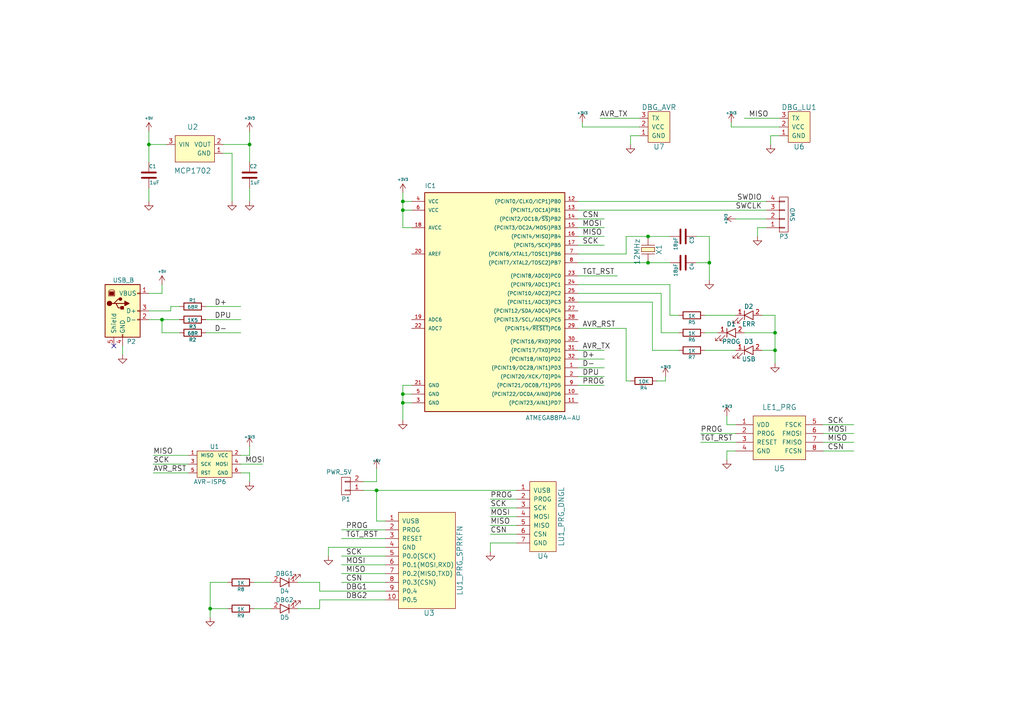
<source format=kicad_sch>
(kicad_sch (version 20231120) (generator "eeschema") (generator_version "8.0")
  (paper "A4")
  (lib_symbols
    (symbol "nrfburn:+3.3V" (power) (pin_names (offset 0))
      (property "Value" "+3.3V" (at 0 3.556 0))
      (symbol "+3.3V_0_1"
        (polyline (pts (xy -0.762 1.27) (xy 0 2.54)))
        (polyline (pts (xy 0 0) (xy 0 2.54)))
        (polyline (pts (xy 0 2.54) (xy 0.762 1.27)))
      )
      (symbol "+3.3V_1_1"
        (pin power_in line (at 0 0 90) (length 0) hide (name "+3V3") (number "1"))
      )
    )
    (symbol "nrfburn:+5V" (power) (pin_names (offset 0))
      (property "Value" "+5V" (at 0 3.556 0))
      (symbol "+5V_0_1"
        (polyline (pts (xy -0.762 1.27) (xy 0 2.54)))
        (polyline (pts (xy 0 0) (xy 0 2.54)))
        (polyline (pts (xy 0 2.54) (xy 0.762 1.27)))
      )
      (symbol "+5V_1_1"
        (pin power_in line (at 0 0 90) (length 0) hide (name "+5V") (number "1"))
      )
    )
    (symbol "nrfburn:ATMEGA88PA-AU" (pin_names (offset 1.016))
      (property "Reference" "U" (at -19.05 31.75 0))
      (property "Value" "ATMEGA88PA-AU" (at 10.16 -35.56 0))
      (symbol "ATMEGA88PA-AU_0_1"
        (rectangle (start -19.05 30.48) (end 21.59 -33.02) (stroke (width 0.254)) (fill (type background)))
      )
      (symbol "ATMEGA88PA-AU_1_1"
        (pin bidirectional line (at 25.4 -20.32 180) (length 3.81) (name "(PCINT19/OC2B/INT1)PD3") (number "1"))
        (pin bidirectional line (at 25.4 -27.94 180) (length 3.81) (name "(PCINT22/OC0A/AIN0)PD6") (number "10"))
        (pin bidirectional line (at 25.4 -30.48 180) (length 3.81) (name "(PCINT23/AIN1)PD7") (number "11"))
        (pin bidirectional line (at 25.4 27.94 180) (length 3.81) (name "(PCINT0/CLKO/ICP1)PB0") (number "12"))
        (pin bidirectional line (at 25.4 25.4 180) (length 3.81) (name "(PCINT1/OC1A)PB1") (number "13"))
        (pin bidirectional line (at 25.4 22.86 180) (length 3.81) (name "(PCINT2/OC1B/~{SS})PB2") (number "14"))
        (pin bidirectional line (at 25.4 20.32 180) (length 3.81) (name "(PCINT3/OC2A/MOSI)PB3") (number "15"))
        (pin bidirectional line (at 25.4 17.78 180) (length 3.81) (name "(PCINT4/MISO)PB4") (number "16"))
        (pin bidirectional line (at 25.4 15.24 180) (length 3.81) (name "(PCINT5/SCK)PB5") (number "17"))
        (pin power_in line (at -22.86 20.32 0) (length 3.81) (name "AVCC") (number "18"))
        (pin input line (at -22.86 -6.35 0) (length 3.81) (name "ADC6") (number "19"))
        (pin bidirectional line (at 25.4 -22.86 180) (length 3.81) (name "(PCINT20/XCK/T0)PD4") (number "2"))
        (pin bidirectional line (at -22.86 12.7 0) (length 3.81) (name "AREF") (number "20"))
        (pin power_in line (at -22.86 -25.4 0) (length 3.81) (name "GND") (number "21"))
        (pin input line (at -22.86 -8.89 0) (length 3.81) (name "ADC7") (number "22"))
        (pin bidirectional line (at 25.4 6.35 180) (length 3.81) (name "(PCINT8/ADC0)PC0") (number "23"))
        (pin bidirectional line (at 25.4 3.81 180) (length 3.81) (name "(PCINT9/ADC1)PC1") (number "24"))
        (pin bidirectional line (at 25.4 1.27 180) (length 3.81) (name "(PCINT10/ADC2)PC2") (number "25"))
        (pin bidirectional line (at 25.4 -1.27 180) (length 3.81) (name "(PCINT11/ADC3)PC3") (number "26"))
        (pin bidirectional line (at 25.4 -3.81 180) (length 3.81) (name "(PCINT12/SDA/ADC4)PC4") (number "27"))
        (pin bidirectional line (at 25.4 -6.35 180) (length 3.81) (name "(PCINT13/SCL/ADC5)PC5") (number "28"))
        (pin bidirectional line (at 25.4 -8.89 180) (length 3.81) (name "(PCINT14/~{RESET})PC6") (number "29"))
        (pin power_in line (at -22.86 -30.48 0) (length 3.81) (name "GND") (number "3"))
        (pin bidirectional line (at 25.4 -12.7 180) (length 3.81) (name "(PCINT16/RXD)PD0") (number "30"))
        (pin bidirectional line (at 25.4 -15.24 180) (length 3.81) (name "(PCINT17/TXD)PD1") (number "31"))
        (pin bidirectional line (at 25.4 -17.78 180) (length 3.81) (name "(PCINT18/INT0)PD2") (number "32"))
        (pin power_in line (at -22.86 27.94 0) (length 3.81) (name "VCC") (number "4"))
        (pin power_in line (at -22.86 -27.94 0) (length 3.81) (name "GND") (number "5"))
        (pin power_in line (at -22.86 25.4 0) (length 3.81) (name "VCC") (number "6"))
        (pin bidirectional line (at 25.4 12.7 180) (length 3.81) (name "(PCINT6/XTAL1/TOSC1)PB6") (number "7"))
        (pin bidirectional line (at 25.4 10.16 180) (length 3.81) (name "(PCINT7/XTAL2/TOSC2)PB7") (number "8"))
        (pin bidirectional line (at 25.4 -25.4 180) (length 3.81) (name "(PCINT21/OC0B/T1)PD5") (number "9"))
      )
    )
    (symbol "nrfburn:AVR-ISP6" (pin_names (offset 1.016))
      (property "Reference" "U" (at 0 5.08 0))
      (property "Value" "AVR-ISP6" (at 0 -6.35 0))
      (symbol "AVR-ISP6_0_0"
        (rectangle (start -5.08 3.81) (end 5.08 -3.81) (fill (type background)))
      )
      (symbol "AVR-ISP6_1_1"
        (pin passive line (at -7.62 2.54 0) (length 2.54) (name "MISO") (number "1"))
        (pin passive line (at 7.62 2.54 180) (length 2.54) (name "VCC") (number "2"))
        (pin passive line (at -7.62 0 0) (length 2.54) (name "SCK") (number "3"))
        (pin passive line (at 7.62 0 180) (length 2.54) (name "MOSI") (number "4"))
        (pin passive line (at -7.62 -2.54 0) (length 2.54) (name "RST") (number "5"))
        (pin passive line (at 7.62 -2.54 180) (length 2.54) (name "GND") (number "6"))
      )
    )
    (symbol "nrfburn:C" (pin_numbers hide) (pin_names (offset 0.254))
      (property "Reference" "C" (at 0.635 2.54 0))
      (property "Value" "C" (at 0.635 -2.54 0))
      (symbol "C_0_1"
        (polyline (pts (xy -2.032 -0.762) (xy 2.032 -0.762)) (stroke (width 0.508)))
        (polyline (pts (xy -2.032 0.762) (xy 2.032 0.762)) (stroke (width 0.508)))
      )
      (symbol "C_1_1"
        (pin passive line (at 0 3.81 270) (length 2.794) (name "~") (number "1"))
        (pin passive line (at 0 -3.81 90) (length 2.794) (name "~") (number "2"))
      )
    )
    (symbol "nrfburn:DBG" (pin_names (offset 1.016))
      (property "Reference" "U" (at 0.635 -5.715 0))
      (property "Value" "DBG" (at 0.635 5.715 0))
      (symbol "DBG_0_1"
        (rectangle (start -2.54 4.445) (end 3.81 -4.445) (fill (type background)))
      )
      (symbol "DBG_1_1"
        (pin input line (at -5.08 -2.54 0) (length 2.54) (name "GND") (number "1"))
        (pin input line (at -5.08 0 0) (length 2.54) (name "VCC") (number "2"))
        (pin input line (at -5.08 2.54 0) (length 2.54) (name "TX") (number "3"))
      )
    )
    (symbol "nrfburn:GND" (power) (pin_names (offset 0))
      (property "Value" "GND" (at 0 -3.81 0))
      (symbol "GND_0_1"
        (polyline (pts (xy 0 0) (xy 0 -1.27) (xy 1.27 -1.27) (xy 0 -2.54) (xy -1.27 -1.27) (xy 0 -1.27)))
      )
      (symbol "GND_1_1"
        (pin power_in line (at 0 0 270) (length 0) hide (name "GND") (number "1"))
      )
    )
    (symbol "nrfburn:LE1_PRG" (pin_names (offset 1.016))
      (property "Reference" "U" (at 0 -8.89 0))
      (property "Value" "LE1_PRG" (at 0 8.89 0))
      (symbol "LE1_PRG_0_1"
        (rectangle (start -7.62 6.35) (end 7.62 -6.35) (fill (type background)))
      )
      (symbol "LE1_PRG_1_1"
        (pin input line (at -12.7 3.81 0) (length 5.08) (name "VDD") (number "1"))
        (pin input line (at -12.7 1.27 0) (length 5.08) (name "PROG") (number "2"))
        (pin input line (at -12.7 -1.27 0) (length 5.08) (name "RESET") (number "3"))
        (pin input line (at -12.7 -3.81 0) (length 5.08) (name "GND") (number "4"))
        (pin input line (at 12.7 3.81 180) (length 5.08) (name "FSCK") (number "5"))
        (pin input line (at 12.7 1.27 180) (length 5.08) (name "FMOSI") (number "6"))
        (pin input line (at 12.7 -1.27 180) (length 5.08) (name "FMISO") (number "7"))
        (pin input line (at 12.7 -3.81 180) (length 5.08) (name "FCSN") (number "8"))
      )
    )
    (symbol "nrfburn:LED" (pin_names (offset 1.016) hide)
      (property "Reference" "D" (at 0 2.54 0))
      (property "Value" "LED" (at 0 -2.54 0))
      (symbol "LED_0_1"
        (polyline (pts (xy -1.27 -1.27) (xy -1.27 1.27)) (stroke (width 0.2032)))
        (polyline (pts (xy 1.27 -1.27) (xy 1.27 1.27) (xy -1.27 0) (xy 1.27 -1.27)) (stroke (width 0.2032)))
        (polyline (pts (xy -3.048 -0.762) (xy -4.572 -2.286) (xy -3.81 -2.286) (xy -4.572 -2.286) (xy -4.572 -1.524)))
        (polyline (pts (xy -1.778 -0.762) (xy -3.302 -2.286) (xy -2.54 -2.286) (xy -3.302 -2.286) (xy -3.302 -1.524)))
      )
      (symbol "LED_1_1"
        (pin passive line (at -3.81 0 0) (length 2.54) (name "K") (number "1"))
        (pin passive line (at 3.81 0 180) (length 2.54) (name "A") (number "2"))
      )
    )
    (symbol "nrfburn:LU1_PRG_DNGL" (pin_names (offset 1.016))
      (property "Reference" "U" (at 0 -11.43 0))
      (property "Value" "LU1_PRG_DNGL" (at 6.35 0 90))
      (symbol "LU1_PRG_DNGL_0_1"
        (rectangle (start -3.81 10.16) (end 3.81 -10.16) (fill (type background)))
      )
      (symbol "LU1_PRG_DNGL_1_1"
        (pin input line (at -7.62 7.62 0) (length 3.81) (name "VUSB") (number "1"))
        (pin input line (at -7.62 5.08 0) (length 3.81) (name "PROG") (number "2"))
        (pin input line (at -7.62 2.54 0) (length 3.81) (name "SCK") (number "3"))
        (pin input line (at -7.62 0 0) (length 3.81) (name "MOSI") (number "4"))
        (pin input line (at -7.62 -2.54 0) (length 3.81) (name "MISO") (number "5"))
        (pin input line (at -7.62 -5.08 0) (length 3.81) (name "CSN") (number "6"))
        (pin input line (at -7.62 -7.62 0) (length 3.81) (name "GND") (number "7"))
      )
    )
    (symbol "nrfburn:LU1_PRG_SPRKFN" (pin_names (offset 1.016))
      (property "Reference" "U" (at 0 -15.24 0))
      (property "Value" "LU1_PRG_SPRKFN" (at 8.89 0 90))
      (symbol "LU1_PRG_SPRKFN_0_1"
        (rectangle (start -8.89 13.97) (end 7.62 -13.97) (fill (type background)))
      )
      (symbol "LU1_PRG_SPRKFN_1_1"
        (pin input line (at -12.7 11.43 0) (length 3.81) (name "VUSB") (number "1"))
        (pin input line (at -12.7 -11.43 0) (length 3.81) (name "P0.5") (number "10"))
        (pin input line (at -12.7 8.89 0) (length 3.81) (name "PROG") (number "2"))
        (pin input line (at -12.7 6.35 0) (length 3.81) (name "RESET") (number "3"))
        (pin input line (at -12.7 3.81 0) (length 3.81) (name "GND") (number "4"))
        (pin input line (at -12.7 1.27 0) (length 3.81) (name "P0.0(SCK)") (number "5"))
        (pin input line (at -12.7 -1.27 0) (length 3.81) (name "P0.1(MOSI,RXD)") (number "6"))
        (pin input line (at -12.7 -3.81 0) (length 3.81) (name "P0.2(MISO,TXD)") (number "7"))
        (pin input line (at -12.7 -6.35 0) (length 3.81) (name "P0.3(CSN)") (number "8"))
        (pin input line (at -12.7 -8.89 0) (length 3.81) (name "P0.4") (number "9"))
      )
    )
    (symbol "nrfburn:PINH_01X02" (pin_names (offset 1.016) hide)
      (property "Reference" "P" (at 0 3.81 0))
      (property "Value" "PINH_01X02" (at 2.54 0 90))
      (symbol "PINH_01X02_0_1"
        (rectangle (start -1.27 -1.143) (end 0.254 -1.397))
        (rectangle (start -1.27 1.397) (end 0.254 1.143))
        (rectangle (start -1.27 2.54) (end 1.27 -2.54))
      )
      (symbol "PINH_01X02_1_1"
        (pin passive line (at -5.08 1.27 0) (length 3.81) (name "P1") (number "1"))
        (pin passive line (at -5.08 -1.27 0) (length 3.81) (name "P2") (number "2"))
      )
    )
    (symbol "nrfburn:PINH_01X04" (pin_names (offset 1.016) hide)
      (property "Reference" "P" (at 0 6.35 0))
      (property "Value" "PINH_01X04" (at 2.54 0 90))
      (symbol "PINH_01X04_0_1"
        (rectangle (start -1.27 -3.683) (end 0.254 -3.937))
        (rectangle (start -1.27 -1.143) (end 0.254 -1.397))
        (rectangle (start -1.27 1.397) (end 0.254 1.143))
        (rectangle (start -1.27 3.937) (end 0.254 3.683))
        (rectangle (start -1.27 5.08) (end 1.27 -5.08))
      )
      (symbol "PINH_01X04_1_1"
        (pin passive line (at -5.08 3.81 0) (length 3.81) (name "P1") (number "1"))
        (pin passive line (at -5.08 1.27 0) (length 3.81) (name "P2") (number "2"))
        (pin passive line (at -5.08 -1.27 0) (length 3.81) (name "P3") (number "3"))
        (pin passive line (at -5.08 -3.81 0) (length 3.81) (name "P4") (number "4"))
      )
    )
    (symbol "nrfburn:R" (pin_numbers hide) (pin_names (offset 0))
      (property "Reference" "R" (at 2.032 0 90))
      (property "Value" "R" (at 0 0 90))
      (symbol "R_0_1"
        (rectangle (start -1.016 -2.54) (end 1.016 2.54) (stroke (width 0.254)))
      )
      (symbol "R_1_1"
        (pin passive line (at 0 3.81 270) (length 1.27) (name "~") (number "1"))
        (pin passive line (at 0 -3.81 90) (length 1.27) (name "~") (number "2"))
      )
    )
    (symbol "nrfburn:USB_B" (pin_names (offset 1.016))
      (property "Reference" "J" (at -5.08 11.43 0))
      (property "Value" "USB_B" (at -5.08 8.89 0))
      (symbol "USB_B_0_1"
        (rectangle (start -5.08 -7.62) (end 5.08 7.62) (stroke (width 0.254)) (fill (type background)))
        (circle (center -3.81 2.159) (radius 0.635) (stroke (width 0.254)) (fill (type outline)))
        (rectangle (start -3.81 5.588) (end -2.54 4.572) (fill (type outline)))
        (circle (center -0.635 3.429) (radius 0.381) (stroke (width 0.254)) (fill (type outline)))
        (rectangle (start -0.127 -7.62) (end 0.127 -6.858))
        (polyline (pts (xy -1.905 2.159) (xy 0.635 2.159)) (stroke (width 0.254)))
        (polyline (pts (xy -3.175 2.159) (xy -2.54 2.159) (xy -1.27 3.429) (xy -0.635 3.429)) (stroke (width 0.254)))
        (polyline (pts (xy -2.54 2.159) (xy -1.905 2.159) (xy -1.27 0.889) (xy 0 0.889)) (stroke (width 0.254)))
        (polyline (pts (xy 0.635 2.794) (xy 0.635 1.524) (xy 1.905 2.159) (xy 0.635 2.794)) (stroke (width 0.254)) (fill (type outline)))
        (polyline (pts (xy -4.064 4.318) (xy -2.286 4.318) (xy -2.286 5.715) (xy -2.667 6.096) (xy -3.683 6.096) (xy -4.064 5.715) (xy -4.064 4.318)))
        (rectangle (start 0.254 1.27) (end -0.508 0.508) (stroke (width 0.254)) (fill (type outline)))
        (rectangle (start 5.08 -2.667) (end 4.318 -2.413))
        (rectangle (start 5.08 -0.127) (end 4.318 0.127))
        (rectangle (start 5.08 4.953) (end 4.318 5.207))
      )
      (symbol "USB_B_1_1"
        (pin power_out line (at 7.62 5.08 180) (length 2.54) (name "VBUS") (number "1"))
        (pin passive line (at 7.62 -2.54 180) (length 2.54) (name "D-") (number "2"))
        (pin passive line (at 7.62 0 180) (length 2.54) (name "D+") (number "3"))
        (pin power_out line (at 0 -10.16 90) (length 2.54) (name "GND") (number "4"))
        (pin passive line (at -2.54 -10.16 90) (length 2.54) (name "Shield") (number "5"))
      )
    )
    (symbol "nrfburn:VREG" (pin_names (offset 1.016))
      (property "Reference" "U" (at 0 6.35 0))
      (property "Value" "VREG" (at 0 -6.35 0))
      (symbol "VREG_0_1"
        (rectangle (start -5.08 3.81) (end 6.35 -3.81) (fill (type background)))
      )
      (symbol "VREG_1_1"
        (pin input line (at 8.89 -1.27 180) (length 2.54) (name "GND") (number "1"))
        (pin input line (at 8.89 1.27 180) (length 2.54) (name "VOUT") (number "2"))
        (pin input line (at -7.62 1.27 0) (length 2.54) (name "VIN") (number "3"))
      )
    )
    (symbol "nrfburn:XTAL" (pin_numbers hide) (pin_names (offset 1.016) hide)
      (property "Reference" "X" (at 0 3.175 0))
      (property "Value" "XTAL" (at 0.635 -3.175 0))
      (symbol "XTAL_0_1"
        (polyline (pts (xy -1.27 1.905) (xy -1.27 -1.905)) (stroke (width 0.1524)))
        (polyline (pts (xy 1.27 1.905) (xy 1.27 0.635) (xy 1.27 -1.905)) (stroke (width 0.1524)))
        (polyline (pts (xy -0.635 1.905) (xy 0 1.905) (xy 0.635 1.905) (xy 0.635 0.635) (xy 0.635 -1.905) (xy -0.635 -1.905) (xy -0.635 1.905)) (stroke (width 0.1524)) (fill (type background)))
      )
      (symbol "XTAL_1_1"
        (pin passive line (at -3.81 0 0) (length 2.54) (name "1") (number "1"))
        (pin passive line (at 3.81 0 180) (length 2.54) (name "2") (number "2"))
      )
    )
  )
  (junction (at 187.96 68.58))
  (junction (at 46.99 92.71))
  (junction (at 116.84 116.84))
  (junction (at 187.96 76.2))
  (junction (at 60.96 176.53))
  (junction (at 43.18 41.91))
  (junction (at 116.84 114.3))
  (junction (at 116.84 60.96))
  (junction (at 116.84 58.42))
  (junction (at 205.74 76.2))
  (junction (at 224.79 101.6))
  (junction (at 72.39 41.91))
  (junction (at 224.79 96.52))
  (junction (at 109.22 142.24))
  (no_connect (at 33.02 100.33))
  (wire (pts (xy 224.79 96.52) (xy 224.79 101.6)))
  (wire (pts (xy 46.99 92.71) (xy 46.99 96.52)))
  (wire (pts (xy 116.84 55.88) (xy 116.84 58.42)))
  (wire (pts (xy 69.85 132.08) (xy 72.39 132.08)))
  (wire (pts (xy 167.64 109.22) (xy 175.26 109.22)))
  (wire (pts (xy 59.69 88.9) (xy 69.85 88.9)))
  (wire (pts (xy 167.64 87.63) (xy 189.23 87.63)))
  (wire (pts (xy 219.71 66.04) (xy 219.71 68.58)))
  (wire (pts (xy 210.82 123.19) (xy 210.82 120.65)))
  (wire (pts (xy 116.84 116.84) (xy 116.84 121.92)))
  (wire (pts (xy 210.82 130.81) (xy 210.82 133.35)))
  (wire (pts (xy 167.64 101.6) (xy 175.26 101.6)))
  (wire (pts (xy 226.06 36.83) (xy 212.09 36.83)))
  (wire (pts (xy 238.76 130.81) (xy 247.65 130.81)))
  (wire (pts (xy 185.42 34.29) (xy 173.99 34.29)))
  (wire (pts (xy 119.38 116.84) (xy 116.84 116.84)))
  (wire (pts (xy 238.76 128.27) (xy 247.65 128.27)))
  (wire (pts (xy 181.61 110.49) (xy 182.88 110.49)))
  (wire (pts (xy 181.61 68.58) (xy 181.61 73.66)))
  (wire (pts (xy 187.96 68.58) (xy 194.31 68.58)))
  (wire (pts (xy 86.36 168.91) (xy 92.71 168.91)))
  (wire (pts (xy 35.56 100.33) (xy 35.56 102.87)))
  (wire (pts (xy 142.24 157.48) (xy 149.86 157.48)))
  (wire (pts (xy 86.36 176.53) (xy 92.71 176.53)))
  (wire (pts (xy 111.76 161.29) (xy 99.06 161.29)))
  (wire (pts (xy 167.64 63.5) (xy 175.26 63.5)))
  (wire (pts (xy 72.39 137.16) (xy 72.39 139.7)))
  (wire (pts (xy 181.61 73.66) (xy 167.64 73.66)))
  (wire (pts (xy 167.64 76.2) (xy 187.96 76.2)))
  (wire (pts (xy 111.76 156.21) (xy 99.06 156.21)))
  (wire (pts (xy 116.84 111.76) (xy 116.84 114.3)))
  (wire (pts (xy 105.41 142.24) (xy 109.22 142.24)))
  (wire (pts (xy 215.9 96.52) (xy 224.79 96.52)))
  (wire (pts (xy 43.18 41.91) (xy 48.26 41.91)))
  (wire (pts (xy 73.66 168.91) (xy 78.74 168.91)))
  (wire (pts (xy 224.79 91.44) (xy 224.79 96.52)))
  (wire (pts (xy 142.24 147.32) (xy 149.86 147.32)))
  (wire (pts (xy 54.61 134.62) (xy 44.45 134.62)))
  (wire (pts (xy 204.47 101.6) (xy 213.36 101.6)))
  (wire (pts (xy 95.25 158.75) (xy 95.25 161.29)))
  (wire (pts (xy 149.86 144.78) (xy 142.24 144.78)))
  (wire (pts (xy 116.84 60.96) (xy 116.84 66.04)))
  (wire (pts (xy 191.77 85.09) (xy 167.64 85.09)))
  (wire (pts (xy 119.38 111.76) (xy 116.84 111.76)))
  (wire (pts (xy 201.93 76.2) (xy 205.74 76.2)))
  (wire (pts (xy 181.61 95.25) (xy 181.61 110.49)))
  (wire (pts (xy 204.47 91.44) (xy 213.36 91.44)))
  (wire (pts (xy 116.84 58.42) (xy 116.84 60.96)))
  (wire (pts (xy 167.64 111.76) (xy 175.26 111.76)))
  (wire (pts (xy 194.31 82.55) (xy 167.64 82.55)))
  (wire (pts (xy 185.42 39.37) (xy 182.88 39.37)))
  (wire (pts (xy 167.64 95.25) (xy 181.61 95.25)))
  (wire (pts (xy 60.96 176.53) (xy 66.04 176.53)))
  (wire (pts (xy 66.04 168.91) (xy 60.96 168.91)))
  (wire (pts (xy 167.64 58.42) (xy 222.25 58.42)))
  (wire (pts (xy 201.93 68.58) (xy 205.74 68.58)))
  (wire (pts (xy 142.24 152.4) (xy 149.86 152.4)))
  (wire (pts (xy 238.76 123.19) (xy 247.65 123.19)))
  (wire (pts (xy 60.96 168.91) (xy 60.96 176.53)))
  (wire (pts (xy 111.76 166.37) (xy 99.06 166.37)))
  (wire (pts (xy 223.52 39.37) (xy 223.52 41.91)))
  (wire (pts (xy 193.04 110.49) (xy 190.5 110.49)))
  (wire (pts (xy 109.22 142.24) (xy 109.22 151.13)))
  (wire (pts (xy 168.91 36.83) (xy 168.91 35.56)))
  (wire (pts (xy 46.99 92.71) (xy 52.07 92.71)))
  (wire (pts (xy 92.71 173.99) (xy 111.76 173.99)))
  (wire (pts (xy 119.38 58.42) (xy 116.84 58.42)))
  (wire (pts (xy 92.71 176.53) (xy 92.71 173.99)))
  (wire (pts (xy 54.61 132.08) (xy 44.45 132.08)))
  (wire (pts (xy 67.31 44.45) (xy 67.31 58.42)))
  (wire (pts (xy 185.42 36.83) (xy 168.91 36.83)))
  (wire (pts (xy 43.18 85.09) (xy 46.99 85.09)))
  (wire (pts (xy 111.76 153.67) (xy 99.06 153.67)))
  (wire (pts (xy 111.76 158.75) (xy 95.25 158.75)))
  (wire (pts (xy 72.39 38.1) (xy 72.39 41.91)))
  (wire (pts (xy 59.69 96.52) (xy 69.85 96.52)))
  (wire (pts (xy 111.76 163.83) (xy 99.06 163.83)))
  (wire (pts (xy 167.64 106.68) (xy 175.26 106.68)))
  (wire (pts (xy 54.61 137.16) (xy 44.45 137.16)))
  (wire (pts (xy 212.09 36.83) (xy 212.09 35.56)))
  (wire (pts (xy 191.77 96.52) (xy 196.85 96.52)))
  (wire (pts (xy 64.77 44.45) (xy 67.31 44.45)))
  (wire (pts (xy 203.2 125.73) (xy 213.36 125.73)))
  (wire (pts (xy 43.18 54.61) (xy 43.18 58.42)))
  (wire (pts (xy 181.61 68.58) (xy 187.96 68.58)))
  (wire (pts (xy 43.18 38.1) (xy 43.18 41.91)))
  (wire (pts (xy 238.76 125.73) (xy 247.65 125.73)))
  (wire (pts (xy 167.64 66.04) (xy 175.26 66.04)))
  (wire (pts (xy 49.53 88.9) (xy 52.07 88.9)))
  (wire (pts (xy 187.96 76.2) (xy 194.31 76.2)))
  (wire (pts (xy 59.69 92.71) (xy 69.85 92.71)))
  (wire (pts (xy 189.23 87.63) (xy 189.23 101.6)))
  (wire (pts (xy 109.22 151.13) (xy 111.76 151.13)))
  (wire (pts (xy 167.64 104.14) (xy 175.26 104.14)))
  (wire (pts (xy 60.96 176.53) (xy 60.96 179.07)))
  (wire (pts (xy 43.18 92.71) (xy 46.99 92.71)))
  (wire (pts (xy 46.99 82.55) (xy 46.99 85.09)))
  (wire (pts (xy 175.26 68.58) (xy 167.64 68.58)))
  (wire (pts (xy 191.77 85.09) (xy 191.77 96.52)))
  (wire (pts (xy 64.77 41.91) (xy 72.39 41.91)))
  (wire (pts (xy 149.86 154.94) (xy 142.24 154.94)))
  (wire (pts (xy 72.39 41.91) (xy 72.39 46.99)))
  (wire (pts (xy 213.36 130.81) (xy 210.82 130.81)))
  (wire (pts (xy 43.18 41.91) (xy 43.18 46.99)))
  (wire (pts (xy 149.86 149.86) (xy 142.24 149.86)))
  (wire (pts (xy 111.76 168.91) (xy 99.06 168.91)))
  (wire (pts (xy 116.84 114.3) (xy 116.84 116.84)))
  (wire (pts (xy 226.06 34.29) (xy 215.9 34.29)))
  (wire (pts (xy 182.88 39.37) (xy 182.88 41.91)))
  (wire (pts (xy 224.79 101.6) (xy 224.79 105.41)))
  (wire (pts (xy 220.98 91.44) (xy 224.79 91.44)))
  (wire (pts (xy 193.04 109.22) (xy 193.04 110.49)))
  (wire (pts (xy 194.31 91.44) (xy 194.31 82.55)))
  (wire (pts (xy 72.39 54.61) (xy 72.39 58.42)))
  (wire (pts (xy 92.71 171.45) (xy 111.76 171.45)))
  (wire (pts (xy 167.64 60.96) (xy 222.25 60.96)))
  (wire (pts (xy 49.53 90.17) (xy 43.18 90.17)))
  (wire (pts (xy 69.85 137.16) (xy 72.39 137.16)))
  (wire (pts (xy 116.84 60.96) (xy 119.38 60.96)))
  (wire (pts (xy 204.47 96.52) (xy 208.28 96.52)))
  (wire (pts (xy 205.74 68.58) (xy 205.74 76.2)))
  (wire (pts (xy 222.25 63.5) (xy 213.36 63.5)))
  (wire (pts (xy 142.24 157.48) (xy 142.24 160.02)))
  (wire (pts (xy 222.25 66.04) (xy 219.71 66.04)))
  (wire (pts (xy 226.06 39.37) (xy 223.52 39.37)))
  (wire (pts (xy 46.99 96.52) (xy 52.07 96.52)))
  (wire (pts (xy 119.38 114.3) (xy 116.84 114.3)))
  (wire (pts (xy 213.36 128.27) (xy 203.2 128.27)))
  (wire (pts (xy 105.41 139.7) (xy 109.22 139.7)))
  (wire (pts (xy 92.71 171.45) (xy 92.71 168.91)))
  (wire (pts (xy 69.85 134.62) (xy 76.2 134.62)))
  (wire (pts (xy 220.98 101.6) (xy 224.79 101.6)))
  (wire (pts (xy 73.66 176.53) (xy 78.74 176.53)))
  (wire (pts (xy 189.23 101.6) (xy 196.85 101.6)))
  (wire (pts (xy 167.64 80.01) (xy 179.07 80.01)))
  (wire (pts (xy 194.31 91.44) (xy 196.85 91.44)))
  (wire (pts (xy 109.22 142.24) (xy 149.86 142.24)))
  (wire (pts (xy 205.74 76.2) (xy 205.74 81.28)))
  (wire (pts (xy 116.84 66.04) (xy 119.38 66.04)))
  (wire (pts (xy 109.22 139.7) (xy 109.22 135.89)))
  (wire (pts (xy 167.64 71.12) (xy 175.26 71.12)))
  (wire (pts (xy 72.39 132.08) (xy 72.39 129.54)))
  (wire (pts (xy 213.36 123.19) (xy 210.82 123.19)))
  (wire (pts (xy 49.53 88.9) (xy 49.53 90.17)))
  (label "MOSI" (at 71.12 134.62 0) (effects (font (size 1.524 1.524))))
  (label "SCK" (at 168.91 71.12 0) (effects (font (size 1.524 1.524))))
  (label "DBG2" (at 100.33 173.99 0) (effects (font (size 1.524 1.524))))
  (label "CSN" (at 142.24 154.94 0) (effects (font (size 1.524 1.524))))
  (label "MISO" (at 217.17 34.29 0) (effects (font (size 1.524 1.524))))
  (label "CSN" (at 168.91 63.5 0) (effects (font (size 1.524 1.524))))
  (label "MISO" (at 142.24 152.4 0) (effects (font (size 1.524 1.524))))
  (label "TGT_RST" (at 168.91 80.01 0) (effects (font (size 1.524 1.524))))
  (label "CSN" (at 240.03 130.81 0) (effects (font (size 1.524 1.524))))
  (label "SCK" (at 44.45 134.62 0) (effects (font (size 1.524 1.524))))
  (label "MISO" (at 168.91 68.58 0) (effects (font (size 1.524 1.524))))
  (label "PROG" (at 100.33 153.67 0) (effects (font (size 1.524 1.524))))
  (label "TGT_RST" (at 100.33 156.21 0) (effects (font (size 1.524 1.524))))
  (label "AVR_TX" (at 168.91 101.6 0) (effects (font (size 1.524 1.524))))
  (label "SWCLK" (at 220.98 60.96 180) (effects (font (size 1.524 1.524))))
  (label "MOSI" (at 168.91 66.04 0) (effects (font (size 1.524 1.524))))
  (label "AVR_TX" (at 173.99 34.29 0) (effects (font (size 1.524 1.524))))
  (label "SCK" (at 100.33 161.29 0) (effects (font (size 1.524 1.524))))
  (label "CSN" (at 100.33 168.91 0) (effects (font (size 1.524 1.524))))
  (label "D-" (at 168.91 106.68 0) (effects (font (size 1.524 1.524))))
  (label "PROG" (at 203.2 125.73 0) (effects (font (size 1.524 1.524))))
  (label "MISO" (at 100.33 166.37 0) (effects (font (size 1.524 1.524))))
  (label "PROG" (at 142.24 144.78 0) (effects (font (size 1.524 1.524))))
  (label "MISO" (at 240.03 128.27 0) (effects (font (size 1.524 1.524))))
  (label "D+" (at 62.23 88.9 0) (effects (font (size 1.524 1.524))))
  (label "TGT_RST" (at 203.2 128.27 0) (effects (font (size 1.524 1.524))))
  (label "AVR_RST" (at 168.91 95.25 0) (effects (font (size 1.524 1.524))))
  (label "MOSI" (at 240.03 125.73 0) (effects (font (size 1.524 1.524))))
  (label "MOSI" (at 142.24 149.86 0) (effects (font (size 1.524 1.524))))
  (label "D+" (at 168.91 104.14 0) (effects (font (size 1.524 1.524))))
  (label "D-" (at 62.23 96.52 0) (effects (font (size 1.524 1.524))))
  (label "PROG" (at 168.91 111.76 0) (effects (font (size 1.524 1.524))))
  (label "SWDIO" (at 220.98 58.42 180) (effects (font (size 1.524 1.524))))
  (label "MOSI" (at 100.33 163.83 0) (effects (font (size 1.524 1.524))))
  (label "SCK" (at 142.24 147.32 0) (effects (font (size 1.524 1.524))))
  (label "SCK" (at 240.03 123.19 0) (effects (font (size 1.524 1.524))))
  (label "DBG1" (at 100.33 171.45 0) (effects (font (size 1.524 1.524))))
  (label "MISO" (at 44.45 132.08 0) (effects (font (size 1.524 1.524))))
  (label "DPU" (at 168.91 109.22 0) (effects (font (size 1.524 1.524))))
  (label "AVR_RST" (at 44.45 137.16 0) (effects (font (size 1.524 1.524))))
  (label "DPU" (at 62.23 92.71 0) (effects (font (size 1.524 1.524))))
  (symbol (lib_id "nrfburn:R") (at 186.69 110.49 270) (unit 1)
    (property "Reference" "R4" (at 186.69 112.522 90) (effects (font (size 1.016 1.016))))
    (property "Value" "10K" (at 186.7154 110.6678 90) (effects (font (size 1.016 1.016))))
    (property "Footprint" "nrfburn:Resistor_Horizontal_RM10mm" (effects (hide yes)))
  )
  (symbol (lib_id "nrfburn:GND") (at 116.84 121.92 0) (unit 1)
    (property "Reference" "#PWR01" (effects (hide yes)))
    (property "Value" "GND" (effects (hide yes)))
  )
  (symbol (lib_id "nrfburn:+3.3V") (at 193.04 109.22 0) (unit 1)
    (property "Reference" "#PWR02" (effects (hide yes)))
    (property "Value" "+3V3" (at 193.04 106.426 0) (effects (font (size 0.762 0.762))))
  )
  (symbol (lib_id "nrfburn:+3.3V") (at 116.84 55.88 0) (unit 1)
    (property "Reference" "#PWR03" (effects (hide yes)))
    (property "Value" "+3V3" (at 116.84 52.07 0) (effects (font (size 0.762 0.762))))
  )
  (symbol (lib_id "nrfburn:XTAL") (at 187.96 72.39 270) (unit 1)
    (property "Reference" "X1" (at 191.135 72.39 0) (effects (font (size 1.524 1.524))))
    (property "Value" "12MHz" (at 184.785 73.025 0) (effects (font (size 1.524 1.524))))
    (property "Footprint" "nrfburn:Crystal_HC49-U_Vertical" (effects (hide yes)))
  )
  (symbol (lib_id "nrfburn:C") (at 198.12 68.58 270) (unit 1)
    (property "Reference" "C3" (at 200.66 68.58 0) (effects (font (size 1.016 1.016)) (justify left)))
    (property "Value" "18pF" (at 195.961 68.7324 0) (effects (font (size 1.016 1.016)) (justify left)))
    (property "Footprint" "nrfburn:c_1206" (effects (hide yes)))
  )
  (symbol (lib_id "nrfburn:C") (at 198.12 76.2 270) (unit 1)
    (property "Reference" "C4" (at 200.66 76.2 0) (effects (font (size 1.016 1.016)) (justify left)))
    (property "Value" "18pF" (at 195.961 76.3524 0) (effects (font (size 1.016 1.016)) (justify left)))
    (property "Footprint" "nrfburn:c_1206" (effects (hide yes)))
  )
  (symbol (lib_id "nrfburn:GND") (at 205.74 81.28 0) (unit 1)
    (property "Reference" "#PWR04" (effects (hide yes)))
    (property "Value" "GND" (effects (hide yes)))
  )
  (symbol (lib_id "nrfburn:GND") (at 35.56 102.87 0) (unit 1)
    (property "Reference" "#PWR06" (effects (hide yes)))
    (property "Value" "GND" (effects (hide yes)))
  )
  (symbol (lib_id "nrfburn:LED") (at 217.17 91.44 0) (unit 1)
    (property "Reference" "D2" (at 217.17 88.9 0))
    (property "Value" "ERR" (at 217.17 93.98 0))
    (property "Footprint" "nrfburn:LED-3MM" (effects (hide yes)))
  )
  (symbol (lib_id "nrfburn:LED") (at 212.09 96.52 0) (unit 1)
    (property "Reference" "D1" (at 212.09 93.98 0))
    (property "Value" "PROG" (at 212.09 99.06 0))
    (property "Footprint" "nrfburn:LED-3MM" (effects (hide yes)))
  )
  (symbol (lib_id "nrfburn:LED") (at 217.17 101.6 0) (unit 1)
    (property "Reference" "D3" (at 217.17 99.06 0))
    (property "Value" "USB" (at 217.17 104.14 0))
    (property "Footprint" "nrfburn:LED-3MM" (effects (hide yes)))
  )
  (symbol (lib_id "nrfburn:VREG") (at 55.88 43.18 0) (unit 1)
    (property "Reference" "U2" (at 55.88 36.83 0) (effects (font (size 1.524 1.524))))
    (property "Value" "MCP1702" (at 55.88 49.53 0) (effects (font (size 1.524 1.524))))
    (property "Footprint" "nrfburn:SOT23" (effects (hide yes)))
  )
  (symbol (lib_id "nrfburn:R") (at 200.66 91.44 270) (unit 1)
    (property "Reference" "R5" (at 200.66 93.472 90) (effects (font (size 1.016 1.016))))
    (property "Value" "1K" (at 200.6854 91.6178 90) (effects (font (size 1.016 1.016))))
    (property "Footprint" "nrfburn:Resistor_Horizontal_RM10mm" (effects (hide yes)))
  )
  (symbol (lib_id "nrfburn:R") (at 200.66 96.52 270) (unit 1)
    (property "Reference" "R6" (at 200.66 98.552 90) (effects (font (size 1.016 1.016))))
    (property "Value" "1K" (at 200.6854 96.6978 90) (effects (font (size 1.016 1.016))))
    (property "Footprint" "nrfburn:Resistor_Horizontal_RM10mm" (effects (hide yes)))
  )
  (symbol (lib_id "nrfburn:R") (at 200.66 101.6 270) (unit 1)
    (property "Reference" "R7" (at 200.66 103.632 90) (effects (font (size 1.016 1.016))))
    (property "Value" "1K" (at 200.6854 101.7778 90) (effects (font (size 1.016 1.016))))
    (property "Footprint" "nrfburn:Resistor_Horizontal_RM10mm" (effects (hide yes)))
  )
  (symbol (lib_id "nrfburn:C") (at 43.18 50.8 0) (unit 1)
    (property "Reference" "C1" (at 43.18 48.26 0) (effects (font (size 1.016 1.016)) (justify left)))
    (property "Value" "1uF" (at 43.3324 52.959 0) (effects (font (size 1.016 1.016)) (justify left)))
    (property "Footprint" "nrfburn:c_1206" (effects (hide yes)))
  )
  (symbol (lib_id "nrfburn:GND") (at 43.18 58.42 0) (unit 1)
    (property "Reference" "#PWR07" (effects (hide yes)))
    (property "Value" "GND" (effects (hide yes)))
  )
  (symbol (lib_id "nrfburn:C") (at 72.39 50.8 0) (unit 1)
    (property "Reference" "C2" (at 72.39 48.26 0) (effects (font (size 1.016 1.016)) (justify left)))
    (property "Value" "1uF" (at 72.5424 52.959 0) (effects (font (size 1.016 1.016)) (justify left)))
    (property "Footprint" "nrfburn:c_1206" (effects (hide yes)))
  )
  (symbol (lib_id "nrfburn:GND") (at 72.39 58.42 0) (unit 1)
    (property "Reference" "#PWR08" (effects (hide yes)))
    (property "Value" "GND" (effects (hide yes)))
  )
  (symbol (lib_id "nrfburn:GND") (at 224.79 105.41 0) (unit 1)
    (property "Reference" "#PWR05" (effects (hide yes)))
    (property "Value" "GND" (effects (hide yes)))
  )
  (symbol (lib_id "nrfburn:LE1_PRG") (at 226.06 127 0) (unit 1)
    (property "Reference" "U5" (at 226.06 135.89 0) (effects (font (size 1.524 1.524))))
    (property "Value" "LE1_PRG" (at 226.06 118.11 0) (effects (font (size 1.524 1.524))))
    (property "Footprint" "nrfburn:NRF_ICSP_RibbonCable" (effects (hide yes)))
  )
  (symbol (lib_id "nrfburn:R") (at 55.88 88.9 270) (unit 1)
    (property "Reference" "R1" (at 55.88 87.122 90) (effects (font (size 1.016 1.016))))
    (property "Value" "68R" (at 55.9054 89.0778 90) (effects (font (size 1.016 1.016))))
    (property "Footprint" "nrfburn:Resistor_Horizontal_RM10mm" (effects (hide yes)))
  )
  (symbol (lib_id "nrfburn:AVR-ISP6") (at 62.23 134.62 0) (unit 1)
    (property "Reference" "U1" (at 62.23 129.54 0))
    (property "Value" "AVR-ISP6" (at 56.134 140.462 0) (effects (justify left bottom)))
    (property "Footprint" "nrfburn:AVR_ISP6" (effects (hide yes)))
  )
  (symbol (lib_id "nrfburn:R") (at 55.88 96.52 270) (unit 1)
    (property "Reference" "R2" (at 55.88 98.552 90) (effects (font (size 1.016 1.016))))
    (property "Value" "68R" (at 55.9054 96.6978 90) (effects (font (size 1.016 1.016))))
    (property "Footprint" "nrfburn:Resistor_Horizontal_RM10mm" (effects (hide yes)))
  )
  (symbol (lib_id "nrfburn:R") (at 55.88 92.71 270) (unit 1)
    (property "Reference" "R3" (at 55.88 94.742 90) (effects (font (size 1.016 1.016))))
    (property "Value" "1K5" (at 55.9054 92.8878 90) (effects (font (size 1.016 1.016))))
    (property "Footprint" "nrfburn:Resistor_Horizontal_RM10mm" (effects (hide yes)))
  )
  (symbol (lib_id "nrfburn:+3.3V") (at 72.39 38.1 0) (unit 1)
    (property "Reference" "#PWR09" (effects (hide yes)))
    (property "Value" "+3V3" (at 72.39 34.29 0) (effects (font (size 0.762 0.762))))
  )
  (symbol (lib_id "nrfburn:LU1_PRG_DNGL") (at 157.48 149.86 0) (unit 1)
    (property "Reference" "U4" (at 157.48 161.29 0) (effects (font (size 1.524 1.524))))
    (property "Value" "LU1_PRG_DNGL" (at 162.814 149.86 90) (effects (font (size 1.524 1.524))))
    (property "Footprint" "nrfburn:LU1_PRG_DONGLE" (effects (hide yes)))
  )
  (symbol (lib_id "nrfburn:LU1_PRG_SPRKFN") (at 124.46 162.56 0) (unit 1)
    (property "Reference" "U3" (at 124.46 177.8 0) (effects (font (size 1.524 1.524))))
    (property "Value" "LU1_PRG_SPRKFN" (at 133.35 162.56 90) (effects (font (size 1.524 1.524))))
    (property "Footprint" "nrfburn:Pin_Header_Straight_1x10" (effects (hide yes)))
  )
  (symbol (lib_id "nrfburn:+5V") (at 109.22 135.89 0) (unit 1)
    (property "Reference" "#PWR013" (effects (hide yes)))
    (property "Value" "+5V" (at 109.22 133.604 0) (effects (font (size 0.762 0.762))))
  )
  (symbol (lib_id "nrfburn:+3.3V") (at 210.82 120.65 0) (unit 1)
    (property "Reference" "#PWR010" (effects (hide yes)))
    (property "Value" "+3V3" (at 210.82 117.856 0) (effects (font (size 0.762 0.762))))
  )
  (symbol (lib_id "nrfburn:GND") (at 95.25 161.29 0) (unit 1)
    (property "Reference" "#PWR014" (effects (hide yes)))
    (property "Value" "GND" (effects (hide yes)))
  )
  (symbol (lib_id "nrfburn:GND") (at 210.82 133.35 0) (unit 1)
    (property "Reference" "#PWR011" (effects (hide yes)))
    (property "Value" "GND" (effects (hide yes)))
  )
  (symbol (lib_id "nrfburn:+5V") (at 46.99 82.55 0) (unit 1)
    (property "Reference" "#PWR012" (effects (hide yes)))
    (property "Value" "+5V" (at 46.99 78.74 0) (effects (font (size 0.762 0.762))))
  )
  (symbol (lib_id "nrfburn:GND") (at 142.24 160.02 0) (unit 1)
    (property "Reference" "#PWR015" (effects (hide yes)))
    (property "Value" "GND" (effects (hide yes)))
  )
  (symbol (lib_id "nrfburn:DBG") (at 231.14 36.83 0) (unit 1)
    (property "Reference" "U6" (at 231.775 42.545 0) (effects (font (size 1.524 1.524))))
    (property "Value" "DBG_LU1" (at 231.775 31.115 0) (effects (font (size 1.524 1.524))))
    (property "Footprint" "nrfburn:Pin_Header_Straight_1x03" (effects (hide yes)))
  )
  (symbol (lib_id "nrfburn:+3.3V") (at 72.39 129.54 0) (unit 1)
    (property "Reference" "#PWR020" (effects (hide yes)))
    (property "Value" "+3V3" (at 72.39 126.746 0) (effects (font (size 0.762 0.762))))
  )
  (symbol (lib_id "nrfburn:+3.3V") (at 212.09 35.56 0) (unit 1)
    (property "Reference" "#PWR016" (effects (hide yes)))
    (property "Value" "+3V3" (at 212.09 32.766 0) (effects (font (size 0.762 0.762))))
  )
  (symbol (lib_id "nrfburn:GND") (at 223.52 41.91 0) (unit 1)
    (property "Reference" "#PWR017" (effects (hide yes)))
    (property "Value" "GND" (effects (hide yes)))
  )
  (symbol (lib_id "nrfburn:GND") (at 72.39 139.7 0) (unit 1)
    (property "Reference" "#PWR021" (effects (hide yes)))
    (property "Value" "GND" (effects (hide yes)))
  )
  (symbol (lib_id "nrfburn:GND") (at 219.71 68.58 0) (mirror y) (unit 1)
    (property "Reference" "#PWR018" (effects (hide yes)))
    (property "Value" "GND" (effects (hide yes)))
  )
  (symbol (lib_id "nrfburn:+3.3V") (at 213.36 63.5 90) (mirror x) (unit 1)
    (property "Reference" "#PWR019" (effects (hide yes)))
    (property "Value" "+3V3" (at 210.566 63.5 0) (effects (font (size 0.762 0.762))))
  )
  (symbol (lib_id "nrfburn:DBG") (at 190.5 36.83 0) (unit 1)
    (property "Reference" "U7" (at 191.135 42.545 0) (effects (font (size 1.524 1.524))))
    (property "Value" "DBG_AVR" (at 191.135 31.115 0) (effects (font (size 1.524 1.524))))
    (property "Footprint" "nrfburn:Pin_Header_Straight_1x03" (effects (hide yes)))
  )
  (symbol (lib_id "nrfburn:+3.3V") (at 168.91 35.56 0) (unit 1)
    (property "Reference" "#PWR022" (effects (hide yes)))
    (property "Value" "+3V3" (at 168.91 32.766 0) (effects (font (size 0.762 0.762))))
  )
  (symbol (lib_id "nrfburn:GND") (at 182.88 41.91 0) (unit 1)
    (property "Reference" "#PWR023" (effects (hide yes)))
    (property "Value" "GND" (effects (hide yes)))
  )
  (symbol (lib_id "nrfburn:R") (at 69.85 176.53 270) (unit 1)
    (property "Reference" "R9" (at 69.85 178.562 90) (effects (font (size 1.016 1.016))))
    (property "Value" "1K" (at 69.8754 176.7078 90) (effects (font (size 1.016 1.016))))
    (property "Footprint" "nrfburn:Resistor_Horizontal_RM10mm" (effects (hide yes)))
  )
  (symbol (lib_id "nrfburn:PINH_01X02") (at 100.33 140.97 180) (unit 1)
    (property "Reference" "P1" (at 100.33 144.78 0))
    (property "Value" "PWR_5V" (at 98.298 136.906 0))
    (property "Footprint" "nrfburn:Pin_Header_Straight_1x02" (effects (hide yes)))
  )
  (symbol (lib_id "nrfburn:LED") (at 82.55 168.91 180) (unit 1)
    (property "Reference" "D4" (at 82.55 171.45 0))
    (property "Value" "DBG1" (at 82.55 166.37 0))
    (property "Footprint" "nrfburn:LED-3MM" (effects (hide yes)))
  )
  (symbol (lib_id "nrfburn:LED") (at 82.55 176.53 180) (unit 1)
    (property "Reference" "D5" (at 82.55 179.07 0))
    (property "Value" "DBG2" (at 82.55 173.99 0))
    (property "Footprint" "nrfburn:LED-3MM" (effects (hide yes)))
  )
  (symbol (lib_id "nrfburn:R") (at 69.85 168.91 270) (unit 1)
    (property "Reference" "R8" (at 69.85 170.942 90) (effects (font (size 1.016 1.016))))
    (property "Value" "1K" (at 69.8754 169.0878 90) (effects (font (size 1.016 1.016))))
    (property "Footprint" "nrfburn:Resistor_Horizontal_RM10mm" (effects (hide yes)))
  )
  (symbol (lib_id "nrfburn:PINH_01X04") (at 227.33 62.23 0) (mirror x) (unit 1)
    (property "Reference" "P3" (at 227.33 68.58 0))
    (property "Value" "SWD" (at 229.87 62.23 90))
    (property "Footprint" "nrfburn:Pin_Header_Straight_1x04" (effects (hide yes)))
  )
  (symbol (lib_id "nrfburn:GND") (at 60.96 179.07 0) (unit 1)
    (property "Reference" "#PWR024" (effects (hide yes)))
    (property "Value" "GND" (effects (hide yes)))
  )
  (symbol (lib_id "nrfburn:USB_B") (at 35.56 90.17 0) (unit 1)
    (property "Reference" "P2" (at 38.1 99.06 0))
    (property "Value" "USB_B" (at 35.814 81.28 0))
    (property "Footprint" "nrfburn:USB_B_loc" (effects (hide yes)))
  )
  (symbol (lib_id "nrfburn:ATMEGA88PA-AU") (at 142.24 86.36 0) (unit 1)
    (property "Reference" "IC1" (at 123.19 54.61 0) (effects (justify left bottom)))
    (property "Value" "ATMEGA88PA-AU" (at 152.4 121.92 0) (effects (justify left bottom)))
    (property "Footprint" "nrfburn:TQFP32" (effects (hide yes)))
  )
  (symbol (lib_id "nrfburn:+5V") (at 43.18 38.1 0) (unit 1)
    (property "Reference" "#PWR025" (effects (hide yes)))
    (property "Value" "+5V" (at 43.18 34.29 0) (effects (font (size 0.762 0.762))))
  )
  (symbol (lib_id "nrfburn:GND") (at 67.31 58.42 0) (unit 1)
    (property "Reference" "#PWR026" (effects (hide yes)))
    (property "Value" "GND" (effects (hide yes)))
  )
)
</source>
